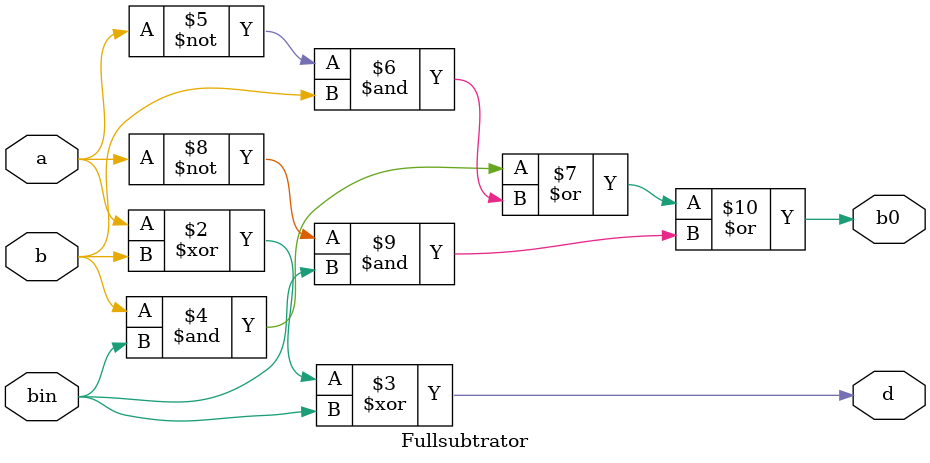
<source format=v>
`timescale 1ns / 1ps
module Fullsubtrator(a,b,bin,d,b0);
	input a,b,bin;
	output d,b0;
	reg d,b0;
always @(a,b)
	begin
	d=a^b^bin;
	b0=(b&bin)|((~a)&b)|((~a)&bin);
	end
endmodule

</source>
